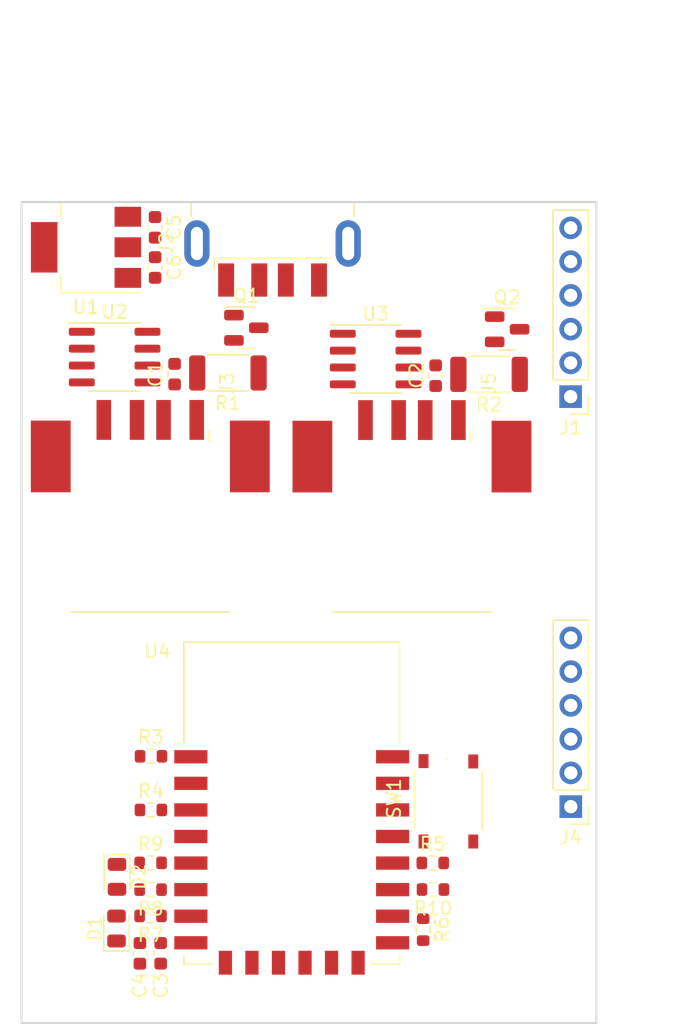
<source format=kicad_pcb>
(kicad_pcb (version 20211014) (generator pcbnew)
  (layers (0 "F.Cu" signal) (31 "B.Cu" signal) (34 "B.Paste" user) (35 "F.Paste" user) (36 "B.SilkS" user "B.Silkscreen") (37 "F.SilkS" user "F.Silkscreen") (38 "B.Mask" user) (39 "F.Mask" user) (44 "Edge.Cuts" user))
  (net 0 "")
  (net 1 "Net-(Q1-Pad3)")
  (net 2 "/MOSFET Board/5V_OUT_1")
  (net 3 "Net-(Q2-Pad3)")
  (net 4 "Net-(R3-Pad2)")
  (net 5 "Net-(R4-Pad2)")
  (net 6 "Net-(R5-Pad1)")
  (net 7 "Net-(R6-Pad2)")
  (net 8 "Net-(D1-Pad2)")
  (net 9 "Net-(D2-Pad2)")
  (net 10 "/MOSFET Board/5V_IN")
  (net 19 "/Control Board/M1_TOGGLE")
  (net 20 "/Control Board/M2_TOGGLE")
  (net 23 "/Control Board/C_3v3")
  (net 24 "/Control Board/C_I2C_SCL")
  (net 25 "/Control Board/C_I2C_SDA")
  (net 26 "/MOSFET Board/M_3v3")
  (net 27 "GND")
  (net 28 "/MOSFET Board/M_I2C_SCL")
  (net 29 "/MOSFET Board/M_I2C_SDA")
  (net 30 "/MOSFET Board/M2_TOGGLE")
  (net 31 "/MOSFET Board/M1_TOGGLE")
  (net 38 "/MOSFET Board/5V_OUT_2")
  (net 42 "/Control Board/LED_1")
  (net 43 "/Control Board/LED_2")
  (footprint "Capacitor_SMD:C_0603_1608Metric" (layer "F.Cu") (at 46.609 97.028 90)
    (fp_text reference "C1" (at 0 -1.43 90) (layer "F.SilkS"))
    (fp_text value "100nF")
    (fp_line (start -0.14058 0.51) (end 0.14058 0.51) (layer "F.SilkS") (width 0.12))
    (fp_line (start -0.14058 -0.51) (end 0.14058 -0.51) (layer "F.SilkS") (width 0.12))
    (pad "1" smd roundrect (at -0.775 0 90) (size 0.9 0.95) (layers "F.Cu" "F.Paste" "F.Mask") (net 26 "/MOSFET Board/M_3v3"))
    (pad "2" smd roundrect (at 0.775 0 90) (size 0.9 0.95) (layers "F.Cu" "F.Paste" "F.Mask") (net 27 "GND"))
  )
  (footprint "Library:904-131A2032S10100" (layer "F.Cu") (at 44.7756 102.123)
    (fp_text reference "J3" (at 5.8 -4.4 90) (layer "F.SilkS"))
    (fp_text value "USB_OUT")
    (fp_line (start -6 12.8) (end 6 12.8) (layer "F.SilkS") (width 0.12))
    (fp_line (start 4.4 -0.02) (end 4.4 -0.775) (layer "F.SilkS") (width 0.12))
    (pad "" np_thru_hole circle (at 2.5 2.8 270) (size 1.1 1.1) (drill 1.1) (layers *.Cu *.Mask))
    (pad "" np_thru_hole circle (at -2.5 2.8 270) (size 1.1 1.1) (drill 1.1) (layers *.Cu *.Mask))
    (pad "1" smd rect (at 3.5 -1.65 270) (size 3 1.1) (layers "F.Cu" "F.Paste" "F.Mask") (net 2 "/MOSFET Board/5V_OUT_1"))
    (pad "2" smd rect (at 1 -1.65 270) (size 3 1.1) (layers "F.Cu" "F.Paste" "F.Mask"))
    (pad "3" smd rect (at -1 -1.65 270) (size 3 1.1) (layers "F.Cu" "F.Paste" "F.Mask"))
    (pad "4" smd rect (at -3.5 -1.65 270) (size 3 1.1) (layers "F.Cu" "F.Paste" "F.Mask") (net 27 "GND"))
    (pad "5" smd rect (at 7.5 1.1 270) (size 5.4 3) (layers "F.Cu" "F.Paste" "F.Mask"))
    (pad "5" smd rect (at -7.5 1.1 270) (size 5.4 3) (layers "F.Cu" "F.Paste" "F.Mask"))
  )
  (footprint "Resistor_SMD:R_0603_1608Metric" (layer "F.Cu") (at 44.8222 129.826)
    (fp_text reference "R4" (at 0 -1.43) (layer "F.SilkS"))
    (fp_text value "10k")
    (fp_line (start -0.237258 0.5225) (end 0.237258 0.5225) (layer "F.SilkS") (width 0.12))
    (fp_line (start -0.237258 -0.5225) (end 0.237258 -0.5225) (layer "F.SilkS") (width 0.12))
    (pad "1" smd roundrect (at -0.825 0) (size 0.8 0.95) (layers "F.Cu" "F.Paste" "F.Mask") (net 23 "/Control Board/C_3v3"))
    (pad "2" smd roundrect (at 0.825 0) (size 0.8 0.95) (layers "F.Cu" "F.Paste" "F.Mask") (net 5 "Net-(R4-Pad2)"))
  )
  (footprint "LED_SMD:LED_0805_2012Metric" (layer "F.Cu") (at 42.232 138.7488 90)
    (fp_text reference "D1" (at 0 -1.65 90) (layer "F.SilkS"))
    (fp_text value "GREEN")
    (fp_line (start -1.685 -0.96) (end -1.685 0.96) (layer "F.SilkS") (width 0.12))
    (fp_line (start -1.685 0.96) (end 1 0.96) (layer "F.SilkS") (width 0.12))
    (fp_line (start 1 -0.96) (end -1.685 -0.96) (layer "F.SilkS") (width 0.12))
    (pad "1" smd roundrect (at -0.9375 0 90) (size 0.975 1.4) (layers "F.Cu" "F.Paste" "F.Mask") (net 27 "GND"))
    (pad "2" smd roundrect (at 0.9375 0 90) (size 0.975 1.4) (layers "F.Cu" "F.Paste" "F.Mask") (net 8 "Net-(D1-Pad2)"))
  )
  (footprint "Capacitor_SMD:C_0603_1608Metric" (layer "F.Cu") (at 45.561 140.6164 -90)
    (fp_text reference "C3" (at 2.4384 -0.0076 90) (layer "F.SilkS"))
    (fp_text value "10uF")
    (fp_line (start -0.14058 -0.51) (end 0.14058 -0.51) (layer "F.SilkS") (width 0.12))
    (fp_line (start -0.14058 0.51) (end 0.14058 0.51) (layer "F.SilkS") (width 0.12))
    (pad "1" smd roundrect (at -0.775 0 270) (size 0.9 0.95) (layers "F.Cu" "F.Paste" "F.Mask") (net 23 "/Control Board/C_3v3"))
    (pad "2" smd roundrect (at 0.775 0 270) (size 0.9 0.95) (layers "F.Cu" "F.Paste" "F.Mask") (net 27 "GND"))
  )
  (footprint "Library:TS-1187A-B-A-B" (layer "F.Cu") (at 67.1376 129.1258 90)
    (fp_text reference "SW1" (at 0.15 -4 90) (layer "F.SilkS"))
    (fp_text value "PRGM")
    (fp_line (start 3.1 0.05) (end 3.1 -0.05) (layer "F.SilkS") (width 0.12))
    (fp_line (start -2.2 2.65) (end 2.2 2.65) (layer "F.SilkS") (width 0.12))
    (fp_line (start 2.3 -2.45) (end -2.1 -2.45) (layer "F.SilkS") (width 0.12))
    (fp_line (start -3.2 0.05) (end -3.2 -0.05) (layer "F.SilkS") (width 0.12))
    (pad "1" smd rect (at -3.075 -1.775 90) (size 1.05 0.75) (layers "F.Cu" "F.Paste" "F.Mask") (net 6 "Net-(R5-Pad1)"))
    (pad "1" smd rect (at 2.975 -1.775 90) (size 1.05 0.75) (layers "F.Cu" "F.Paste" "F.Mask") (net 6 "Net-(R5-Pad1)"))
    (pad "2" smd rect (at 2.95 1.975 90) (size 1.05 0.75) (layers "F.Cu" "F.Paste" "F.Mask") (net 27 "GND"))
    (pad "2" smd rect (at -3.075 1.975 90) (size 1.05 0.75) (layers "F.Cu" "F.Paste" "F.Mask") (net 27 "GND"))
  )
  (footprint "Capacitor_SMD:C_0603_1608Metric" (layer "F.Cu") (at 43.995 140.621 -90)
    (fp_text reference "C4" (at 2.413 0.0178 90) (layer "F.SilkS"))
    (fp_text value "100nF")
    (fp_line (start -0.14058 0.51) (end 0.14058 0.51) (layer "F.SilkS") (width 0.12))
    (fp_line (start -0.14058 -0.51) (end 0.14058 -0.51) (layer "F.SilkS") (width 0.12))
    (pad "1" smd roundrect (at -0.775 0 270) (size 0.9 0.95) (layers "F.Cu" "F.Paste" "F.Mask") (net 23 "/Control Board/C_3v3"))
    (pad "2" smd roundrect (at 0.775 0 270) (size 0.9 0.95) (layers "F.Cu" "F.Paste" "F.Mask") (net 27 "GND"))
  )
  (footprint "Resistor_SMD:R_0603_1608Metric" (layer "F.Cu") (at 44.8006 135.824 180)
    (fp_text reference "R8" (at 0 -1.43) (layer "F.SilkS"))
    (fp_text value "330")
    (fp_line (start -0.237258 -0.5225) (end 0.237258 -0.5225) (layer "F.SilkS") (width 0.12))
    (fp_line (start -0.237258 0.5225) (end 0.237258 0.5225) (layer "F.SilkS") (width 0.12))
    (pad "1" smd roundrect (at -0.825 0 180) (size 0.8 0.95) (layers "F.Cu" "F.Paste" "F.Mask") (net 43 "/Control Board/LED_2"))
    (pad "2" smd roundrect (at 0.825 0 180) (size 0.8 0.95) (layers "F.Cu" "F.Paste" "F.Mask") (net 9 "Net-(D2-Pad2)"))
  )
  (footprint "Library:904-131A2032S10100" (layer "F.Cu") (at 64.4906 102.1334)
    (fp_text reference "J5" (at 5.8 -4.4 90) (layer "F.SilkS"))
    (fp_text value "USB_OUT")
    (fp_line (start 4.4 -0.02) (end 4.4 -0.775) (layer "F.SilkS") (width 0.12))
    (fp_line (start -6 12.8) (end 6 12.8) (layer "F.SilkS") (width 0.12))
    (pad "" np_thru_hole circle (at 2.5 2.8 270) (size 1.1 1.1) (drill 1.1) (layers *.Cu *.Mask))
    (pad "" np_thru_hole circle (at -2.5 2.8 270) (size 1.1 1.1) (drill 1.1) (layers *.Cu *.Mask))
    (pad "1" smd rect (at 3.5 -1.65 270) (size 3 1.1) (layers "F.Cu" "F.Paste" "F.Mask") (net 38 "/MOSFET Board/5V_OUT_2"))
    (pad "2" smd rect (at 1 -1.65 270) (size 3 1.1) (layers "F.Cu" "F.Paste" "F.Mask"))
    (pad "3" smd rect (at -1 -1.65 270) (size 3 1.1) (layers "F.Cu" "F.Paste" "F.Mask"))
    (pad "4" smd rect (at -3.5 -1.65 270) (size 3 1.1) (layers "F.Cu" "F.Paste" "F.Mask") (net 27 "GND"))
    (pad "5" smd rect (at -7.5 1.1 270) (size 5.4 3) (layers "F.Cu" "F.Paste" "F.Mask"))
    (pad "5" smd rect (at 7.5 1.1 270) (size 5.4 3) (layers "F.Cu" "F.Paste" "F.Mask"))
  )
  (footprint "Library:YJL3400A" (layer "F.Cu") (at 52.0152 93.5366)
    (fp_text reference "Q1" (at 0 -2.4) (layer "F.SilkS"))
    (fp_text value "Q_NMOS_GDS")
    (fp_line (start 0 1.56) (end 0.65 1.56) (layer "F.SilkS") (width 0.12))
    (fp_line (start 0 -1.56) (end 0.65 -1.56) (layer "F.SilkS") (width 0.12))
    (fp_line (start 0 1.56) (end -0.65 1.56) (layer "F.SilkS") (width 0.12))
    (fp_line (start 0 -1.56) (end -1.675 -1.56) (layer "F.SilkS") (width 0.12))
    (pad "1" smd roundrect (at -0.9375 -0.95) (size 1.475 0.8) (layers "F.Cu" "F.Paste" "F.Mask") (net 31 "/MOSFET Board/M1_TOGGLE"))
    (pad "2" smd roundrect (at -0.9375 0.95) (size 1.475 0.8) (layers "F.Cu" "F.Paste" "F.Mask") (net 10 "/MOSFET Board/5V_IN"))
    (pad "3" smd roundrect (at 0.9375 0) (size 1.475 0.8) (layers "F.Cu" "F.Paste" "F.Mask") (net 1 "Net-(Q1-Pad3)"))
  )
  (footprint "RF_Module:ESP-12E" (layer "F.Cu") (at 55.4352 129.3232)
    (fp_text reference "U4" (at -10.1282 -11.4322) (layer "F.SilkS"))
    (fp_text value "ESP-12F")
    (fp_line (start 8.12 -12.12) (end 8.12 -4.5) (layer "F.SilkS") (width 0.12))
    (fp_line (start 8.12 11.5) (end 8.12 12.12) (layer "F.SilkS") (width 0.12))
    (fp_line (start -8.12 -12.12) (end 8.12 -12.12) (layer "F.SilkS") (width 0.12))
    (fp_line (start -8.12 -4.5) (end -8.73 -4.5) (layer "F.SilkS") (width 0.12))
    (fp_line (start -6 12.12) (end -8.12 12.12) (layer "F.SilkS") (width 0.12))
    (fp_line (start 8.12 12.12) (end 6 12.12) (layer "F.SilkS") (width 0.12))
    (fp_line (start -8.12 12.12) (end -8.12 11.5) (layer "F.SilkS") (width 0.12))
    (fp_line (start -8.12 -4.5) (end -8.12 -12.12) (layer "F.SilkS") (width 0.12))
    (pad "1" smd rect (at -7.6 -3.5) (size 2.5 1) (layers "F.Cu" "F.Paste" "F.Mask") (net 4 "Net-(R3-Pad2)"))
    (pad "2" smd rect (at -7.6 -1.5) (size 2.5 1) (layers "F.Cu" "F.Paste" "F.Mask"))
    (pad "3" smd rect (at -7.6 0.5) (size 2.5 1) (layers "F.Cu" "F.Paste" "F.Mask") (net 5 "Net-(R4-Pad2)"))
    (pad "4" smd rect (at -7.6 2.5) (size 2.5 1) (layers "F.Cu" "F.Paste" "F.Mask"))
    (pad "5" smd rect (at -7.6 4.5) (size 2.5 1) (layers "F.Cu" "F.Paste" "F.Mask") (net 24 "/Control Board/C_I2C_SCL"))
    (pad "6" smd rect (at -7.6 6.5) (size 2.5 1) (layers "F.Cu" "F.Paste" "F.Mask") (net 43 "/Control Board/LED_2"))
    (pad "7" smd rect (at -7.6 8.5) (size 2.5 1) (layers "F.Cu" "F.Paste" "F.Mask") (net 42 "/Control Board/LED_1"))
    (pad "8" smd rect (at -7.6 10.5) (size 2.5 1) (layers "F.Cu" "F.Paste" "F.Mask") (net 23 "/Control Board/C_3v3"))
    (pad "9" smd rect (at -5 12) (size 1 1.8) (layers "F.Cu" "F.Paste" "F.Mask"))
    (pad "10" smd rect (at -3 12) (size 1 1.8) (layers "F.Cu" "F.Paste" "F.Mask"))
    (pad "11" smd rect (at -1 12) (size 1 1.8) (layers "F.Cu" "F.Paste" "F.Mask"))
    (pad "12" smd rect (at 1 12) (size 1 1.8) (layers "F.Cu" "F.Paste" "F.Mask"))
    (pad "13" smd rect (at 3 12) (size 1 1.8) (layers "F.Cu" "F.Paste" "F.Mask"))
    (pad "14" smd rect (at 5 12) (size 1 1.8) (layers "F.Cu" "F.Paste" "F.Mask"))
    (pad "15" smd rect (at 7.6 10.5) (size 2.5 1) (layers "F.Cu" "F.Paste" "F.Mask") (net 27 "GND"))
    (pad "16" smd rect (at 7.6 8.5) (size 2.5 1) (layers "F.Cu" "F.Paste" "F.Mask") (net 7 "Net-(R6-Pad2)"))
    (pad "17" smd rect (at 7.6 6.5) (size 2.5 1) (layers "F.Cu" "F.Paste" "F.Mask") (net 25 "/Control Board/C_I2C_SDA"))
    (pad "18" smd rect (at 7.6 4.5) (size 2.5 1) (layers "F.Cu" "F.Paste" "F.Mask") (net 6 "Net-(R5-Pad1)"))
    (pad "19" smd rect (at 7.6 2.5) (size 2.5 1) (layers "F.Cu" "F.Paste" "F.Mask") (net 19 "/Control Board/M1_TOGGLE"))
    (pad "20" smd rect (at 7.6 0.5) (size 2.5 1) (layers "F.Cu" "F.Paste" "F.Mask") (net 20 "/Control Board/M2_TOGGLE"))
    (pad "21" smd rect (at 7.6 -1.5) (size 2.5 1) (layers "F.Cu" "F.Paste" "F.Mask"))
    (pad "22" smd rect (at 7.6 -3.5) (size 2.5 1) (layers "F.Cu" "F.Paste" "F.Mask"))
  )
  (footprint "Library:YJL3400A" (layer "F.Cu") (at 71.6616 93.6496)
    (fp_text reference "Q2" (at 0 -2.4) (layer "F.SilkS"))
    (fp_text value "Q_NMOS_GDS")
    (fp_line (start 0 1.56) (end 0.65 1.56) (layer "F.SilkS") (width 0.12))
    (fp_line (start 0 -1.56) (end -1.675 -1.56) (layer "F.SilkS") (width 0.12))
    (fp_line (start 0 -1.56) (end 0.65 -1.56) (layer "F.SilkS") (width 0.12))
    (fp_line (start 0 1.56) (end -0.65 1.56) (layer "F.SilkS") (width 0.12))
    (pad "1" smd roundrect (at -0.9375 -0.95) (size 1.475 0.8) (layers "F.Cu" "F.Paste" "F.Mask") (net 30 "/MOSFET Board/M2_TOGGLE"))
    (pad "2" smd roundrect (at -0.9375 0.95) (size 1.475 0.8) (layers "F.Cu" "F.Paste" "F.Mask") (net 10 "/MOSFET Board/5V_IN"))
    (pad "3" smd roundrect (at 0.9375 0) (size 1.475 0.8) (layers "F.Cu" "F.Paste" "F.Mask") (net 3 "Net-(Q2-Pad3)"))
  )
  (footprint "Resistor_SMD:R_2010_5025Metric" (layer "F.Cu") (at 70.3016 97.0434 180)
    (fp_text reference "R2" (at 0 -2.28) (layer "F.SilkS"))
    (fp_text value "100m")
    (fp_line (start -1.527064 1.36) (end 1.527064 1.36) (layer "F.SilkS") (width 0.12))
    (fp_line (start -1.527064 -1.36) (end 1.527064 -1.36) (layer "F.SilkS") (width 0.12))
    (pad "1" smd roundrect (at -2.3125 0 180) (size 1.225 2.65) (layers "F.Cu" "F.Paste" "F.Mask") (roundrect_rratio 0.204082) (net 3 "Net-(Q2-Pad3)"))
    (pad "2" smd roundrect (at 2.3125 0 180) (size 1.225 2.65) (layers "F.Cu" "F.Paste" "F.Mask") (roundrect_rratio 0.204082) (net 38 "/MOSFET Board/5V_OUT_2"))
  )
  (footprint "Resistor_SMD:R_0603_1608Metric" (layer "F.Cu") (at 44.831 125.7874)
    (fp_text reference "R3" (at 0 -1.43) (layer "F.SilkS"))
    (fp_text value "10k")
    (fp_line (start -0.237258 0.5225) (end 0.237258 0.5225) (layer "F.SilkS") (width 0.12))
    (fp_line (start -0.237258 -0.5225) (end 0.237258 -0.5225) (layer "F.SilkS") (width 0.12))
    (pad "1" smd roundrect (at -0.825 0) (size 0.8 0.95) (layers "F.Cu" "F.Paste" "F.Mask") (net 23 "/Control Board/C_3v3"))
    (pad "2" smd roundrect (at 0.825 0) (size 0.8 0.95) (layers "F.Cu" "F.Paste" "F.Mask") (net 4 "Net-(R3-Pad2)"))
  )
  (footprint "Resistor_SMD:R_0603_1608Metric" (layer "F.Cu") (at 65.3366 138.8364 90)
    (fp_text reference "R6" (at 0 1.4402 90) (layer "F.SilkS"))
    (fp_text value "10k")
    (fp_line (start -0.237258 -0.5225) (end 0.237258 -0.5225) (layer "F.SilkS") (width 0.12))
    (fp_line (start -0.237258 0.5225) (end 0.237258 0.5225) (layer "F.SilkS") (width 0.12))
    (pad "1" smd roundrect (at -0.825 0 90) (size 0.8 0.95) (layers "F.Cu" "F.Paste" "F.Mask") (net 27 "GND"))
    (pad "2" smd roundrect (at 0.825 0 90) (size 0.8 0.95) (layers "F.Cu" "F.Paste" "F.Mask") (net 7 "Net-(R6-Pad2)"))
  )
  (footprint "Connector_PinHeader_2.54mm:PinHeader_1x06_P2.54mm_Vertical" (layer "F.Cu") (at 76.46 129.5756 180)
    (fp_text reference "J4" (at 0 -2.33) (layer "F.SilkS"))
    (fp_text value "Conn_01x06")
    (fp_line (start -1.33 14.03) (end 1.33 14.03) (layer "F.SilkS") (width 0.12))
    (fp_line (start -1.33 0) (end -1.33 -1.33) (layer "F.SilkS") (width 0.12))
    (fp_line (start -1.33 1.27) (end -1.33 14.03) (layer "F.SilkS") (width 0.12))
    (fp_line (start 1.33 1.27) (end 1.33 14.03) (layer "F.SilkS") (width 0.12))
    (fp_line (start -1.33 1.27) (end 1.33 1.27) (layer "F.SilkS") (width 0.12))
    (fp_line (start -1.33 -1.33) (end 0 -1.33) (layer "F.SilkS") (width 0.12))
    (pad "1" thru_hole rect (at 0 0 180) (size 1.7 1.7) (drill 1) (layers *.Cu *.Mask) (net 19 "/Control Board/M1_TOGGLE"))
    (pad "2" thru_hole oval (at 0 2.54 180) (size 1.7 1.7) (drill 1) (layers *.Cu *.Mask) (net 20 "/Control Board/M2_TOGGLE"))
    (pad "3" thru_hole oval (at 0 5.08 180) (size 1.7 1.7) (drill 1) (layers *.Cu *.Mask) (net 25 "/Control Board/C_I2C_SDA"))
    (pad "4" thru_hole oval (at 0 7.62 180) (size 1.7 1.7) (drill 1) (layers *.Cu *.Mask) (net 24 "/Control Board/C_I2C_SCL"))
    (pad "5" thru_hole oval (at 0 10.16 180) (size 1.7 1.7) (drill 1) (layers *.Cu *.Mask) (net 27 "GND"))
    (pad "6" thru_hole oval (at 0 12.7 180) (size 1.7 1.7) (drill 1) (layers *.Cu *.Mask) (net 23 "/Control Board/C_3v3"))
  )
  (footprint "Resistor_SMD:R_0603_1608Metric" (layer "F.Cu") (at 44.8006 133.8086)
    (fp_text reference "R9" (at 0 -1.43) (layer "F.SilkS"))
    (fp_text value "10k")
    (fp_line (start -0.237258 0.5225) (end 0.237258 0.5225) (layer "F.SilkS") (width 0.12))
    (fp_line (start -0.237258 -0.5225) (end 0.237258 -0.5225) (layer "F.SilkS") (width 0.12))
    (pad "1" smd roundrect (at -0.825 0) (size 0.8 0.95) (layers "F.Cu" "F.Paste" "F.Mask") (net 23 "/Control Board/C_3v3"))
    (pad "2" smd roundrect (at 0.825 0) (size 0.8 0.95) (layers "F.Cu" "F.Paste" "F.Mask") (net 24 "/Control Board/C_I2C_SCL"))
  )
  (footprint "Resistor_SMD:R_0603_1608Metric" (layer "F.Cu") (at 66.0588 133.816)
    (fp_text reference "R5" (at 0 -1.43) (layer "F.SilkS"))
    (fp_text value "10k")
    (fp_line (start -0.237258 0.5225) (end 0.237258 0.5225) (layer "F.SilkS") (width 0.12))
    (fp_line (start -0.237258 -0.5225) (end 0.237258 -0.5225) (layer "F.SilkS") (width 0.12))
    (pad "1" smd roundrect (at -0.825 0) (size 0.8 0.95) (layers "F.Cu" "F.Paste" "F.Mask") (net 6 "Net-(R5-Pad1)"))
    (pad "2" smd roundrect (at 0.825 0) (size 0.8 0.95) (layers "F.Cu" "F.Paste" "F.Mask") (net 23 "/Control Board/C_3v3"))
  )
  (footprint "Capacitor_SMD:C_0603_1608Metric" (layer "F.Cu") (at 45.1358 85.979 -90)
    (fp_text reference "C5" (at 0 -1.43 90) (layer "F.SilkS"))
    (fp_text value "10uF")
    (fp_line (start -0.14058 -0.51) (end 0.14058 -0.51) (layer "F.SilkS") (width 0.12))
    (fp_line (start -0.14058 0.51) (end 0.14058 0.51) (layer "F.SilkS") (width 0.12))
    (pad "1" smd roundrect (at -0.775 0 270) (size 0.9 0.95) (layers "F.Cu" "F.Paste" "F.Mask") (net 10 "/MOSFET Board/5V_IN"))
    (pad "2" smd roundrect (at 0.775 0 270) (size 0.9 0.95) (layers "F.Cu" "F.Paste" "F.Mask") (net 27 "GND"))
  )
  (footprint "Package_SO:SOIC-8_3.9x4.9mm_P1.27mm" (layer "F.Cu") (at 42.0896 95.744)
    (fp_text reference "U2" (at 0 -3.4) (layer "F.SilkS"))
    (fp_text value "INA219AxD")
    (fp_line (start 0 2.56) (end -1.95 2.56) (layer "F.SilkS") (width 0.12))
    (fp_line (start 0 2.56) (end 1.95 2.56) (layer "F.SilkS") (width 0.12))
    (fp_line (start 0 -2.56) (end -3.45 -2.56) (layer "F.SilkS") (width 0.12))
    (fp_line (start 0 -2.56) (end 1.95 -2.56) (layer "F.SilkS") (width 0.12))
    (pad "1" smd roundrect (at -2.475 -1.905) (size 1.95 0.6) (layers "F.Cu" "F.Paste" "F.Mask") (net 27 "GND"))
    (pad "2" smd roundrect (at -2.475 -0.635) (size 1.95 0.6) (layers "F.Cu" "F.Paste" "F.Mask") (net 27 "GND"))
    (pad "3" smd roundrect (at -2.475 0.635) (size 1.95 0.6) (layers "F.Cu" "F.Paste" "F.Mask") (net 29 "/MOSFET Board/M_I2C_SDA"))
    (pad "4" smd roundrect (at -2.475 1.905) (size 1.95 0.6) (layers "F.Cu" "F.Paste" "F.Mask") (net 28 "/MOSFET Board/M_I2C_SCL"))
    (pad "5" smd roundrect (at 2.475 1.905) (size 1.95 0.6) (layers "F.Cu" "F.Paste" "F.Mask") (net 26 "/MOSFET Board/M_3v3"))
    (pad "6" smd roundrect (at 2.475 0.635) (size 1.95 0.6) (layers "F.Cu" "F.Paste" "F.Mask") (net 27 "GND"))
    (pad "7" smd roundrect (at 2.475 -0.635) (size 1.95 0.6) (layers "F.Cu" "F.Paste" "F.Mask") (net 2 "/MOSFET Board/5V_OUT_1"))
    (pad "8" smd roundrect (at 2.475 -1.905) (size 1.95 0.6) (layers "F.Cu" "F.Paste" "F.Mask") (net 1 "Net-(Q1-Pad3)"))
  )
  (footprint "Resistor_SMD:R_2010_5025Metric" (layer "F.Cu") (at 50.6248 96.9402 180)
    (fp_text reference "R1" (at 0 -2.28) (layer "F.SilkS"))
    (fp_text value "100m")
    (fp_line (start -1.527064 1.36) (end 1.527064 1.36) (layer "F.SilkS") (width 0.12))
    (fp_line (start -1.527064 -1.36) (end 1.527064 -1.36) (layer "F.SilkS") (width 0.12))
    (pad "1" smd roundrect (at -2.3125 0 180) (size 1.225 2.65) (layers "F.Cu" "F.Paste" "F.Mask") (roundrect_rratio 0.204082) (net 1 "Net-(Q1-Pad3)"))
    (pad "2" smd roundrect (at 2.3125 0 180) (size 1.225 2.65) (layers "F.Cu" "F.Paste" "F.Mask") (roundrect_rratio 0.204082) (net 2 "/MOSFET Board/5V_OUT_1"))
  )
  (footprint "Resistor_SMD:R_0603_1608Metric" (layer "F.Cu") (at 44.7978 137.8038 180)
    (fp_text reference "R7" (at 0 -1.43 180) (layer "F.SilkS"))
    (fp_text value "330")
    (fp_line (start -0.237258 0.5225) (end 0.237258 0.5225) (layer "F.SilkS") (width 0.12))
    (fp_line (start -0.237258 -0.5225) (end 0.237258 -0.5225) (layer "F.SilkS") (width 0.12))
    (pad "1" smd roundrect (at -0.825 0 180) (size 0.8 0.95) (layers "F.Cu" "F.Paste" "F.Mask") (net 42 "/Control Board/LED_1"))
    (pad "2" smd roundrect (at 0.825 0 180) (size 0.8 0.95) (layers "F.Cu" "F.Paste" "F.Mask") (net 8 "Net-(D1-Pad2)"))
  )
  (footprint "Capacitor_SMD:C_0603_1608Metric" (layer "F.Cu") (at 66.2774 97.144 90)
    (fp_text reference "C2" (at 0 -1.43 90) (layer "F.SilkS"))
    (fp_text value "100nF")
    (fp_line (start -0.14058 0.51) (end 0.14058 0.51) (layer "F.SilkS") (width 0.12))
    (fp_line (start -0.14058 -0.51) (end 0.14058 -0.51) (layer "F.SilkS") (width 0.12))
    (pad "1" smd roundrect (at -0.775 0 90) (size 0.9 0.95) (layers "F.Cu" "F.Paste" "F.Mask") (net 26 "/MOSFET Board/M_3v3"))
    (pad "2" smd roundrect (at 0.775 0 90) (size 0.9 0.95) (layers "F.Cu" "F.Paste" "F.Mask") (net 27 "GND"))
  )
  (footprint "Connector_PinHeader_2.54mm:PinHeader_1x06_P2.54mm_Vertical" (layer "F.Cu") (at 76.4498 98.7196 180)
    (fp_text reference "J1" (at 0 -2.33) (layer "F.SilkS"))
    (fp_text value "Conn_01x06")
    (fp_line (start -1.33 0) (end -1.33 -1.33) (layer "F.SilkS") (width 0.12))
    (fp_line (start -1.33 1.27) (end -1.33 14.03) (layer "F.SilkS") (width 0.12))
    (fp_line (start -1.33 -1.33) (end 0 -1.33) (layer "F.SilkS") (width 0.12))
    (fp_line (start 1.33 1.27) (end 1.33 14.03) (layer "F.SilkS") (width 0.12))
    (fp_line (start -1.33 14.03) (end 1.33 14.03) (layer "F.SilkS") (width 0.12))
    (fp_line (start -1.33 1.27) (end 1.33 1.27) (layer "F.SilkS") (width 0.12))
    (pad "1" thru_hole rect (at 0 0 180) (size 1.7 1.7) (drill 1) (layers *.Cu *.Mask) (net 26 "/MOSFET Board/M_3v3"))
    (pad "2" thru_hole oval (at 0 2.54 180) (size 1.7 1.7) (drill 1) (layers *.Cu *.Mask) (net 27 "GND"))
    (pad "3" thru_hole oval (at 0 5.08 180) (size 1.7 1.7) (drill 1) (layers *.Cu *.Mask) (net 28 "/MOSFET Board/M_I2C_SCL"))
    (pad "4" thru_hole oval (at 0 7.62 180) (size 1.7 1.7) (drill 1) (layers *.Cu *.Mask) (net 29 "/MOSFET Board/M_I2C_SDA"))
    (pad "5" thru_hole oval (at 0 10.16 180) (size 1.7 1.7) (drill 1) (layers *.Cu *.Mask) (net 30 "/MOSFET Board/M2_TOGGLE"))
    (pad "6" thru_hole oval (at 0 12.7 180) (size 1.7 1.7) (drill 1) (layers *.Cu *.Mask) (net 31 "/MOSFET Board/M1_TOGGLE"))
  )
  (footprint "Resistor_SMD:R_0603_1608Metric" (layer "F.Cu") (at 66.074798 135.815197 180)
    (fp_text reference "R10" (at 0 -1.43) (layer "F.SilkS"))
    (fp_text value "10k")
    (fp_line (start -0.237258 0.5225) (end 0.237258 0.5225) (layer "F.SilkS") (width 0.12))
    (fp_line (start -0.237258 -0.5225) (end 0.237258 -0.5225) (layer "F.SilkS") (width 0.12))
    (pad "1" smd roundrect (at -0.825 0 180) (size 0.8 0.95) (layers "F.Cu" "F.Paste" "F.Mask") (net 23 "/Control Board/C_3v3"))
    (pad "2" smd roundrect (at 0.825 0 180) (size 0.8 0.95) (layers "F.Cu" "F.Paste" "F.Mask") (net 25 "/Control Board/C_I2C_SDA"))
  )
  (footprint "Capacitor_SMD:C_0603_1608Metric" (layer "F.Cu") (at 45.1404 89.0016 -90)
    (fp_text reference "C6" (at 0 -1.43 90) (layer "F.SilkS"))
    (fp_text value "10uF")
    (fp_line (start -0.14058 -0.51) (end 0.14058 -0.51) (layer "F.SilkS") (width 0.12))
    (fp_line (start -0.14058 0.51) (end 0.14058 0.51) (layer "F.SilkS") (width 0.12))
    (pad "1" smd roundrect (at -0.775 0 270) (size 0.9 0.95) (layers "F.Cu" "F.Paste" "F.Mask") (net 26 "/MOSFET Board/M_3v3"))
    (pad "2" smd roundrect (at 0.775 0 270) (size 0.9 0.95) (layers "F.Cu" "F.Paste" "F.Mask") (net 27 "GND"))
  )
  (footprint "LED_SMD:LED_0805_2012Metric" (layer "F.Cu") (at 42.2658 134.86 -90)
    (fp_text reference "D2" (at 0 -1.65 90) (layer "F.SilkS"))
    (fp_text value "GREEN")
    (fp_line (start -1.685 -0.96) (end -1.685 0.96) (layer "F.SilkS") (width 0.12))
    (fp_line (start 1 -0.96) (end -1.685 -0.96) (layer "F.SilkS") (width 0.12))
    (fp_line (start -1.685 0.96) (end 1 0.96) (layer "F.SilkS") (width 0.12))
    (pad "1" smd roundrect (at -0.9375 0 270) (size 0.975 1.4) (layers "F.Cu" "F.Paste" "F.Mask") (net 27 "GND"))
    (pad "2" smd roundrect (at 0.9375 0 270) (size 0.975 1.4) (layers "F.Cu" "F.Paste" "F.Mask") (net 9 "Net-(D2-Pad2)"))
  )
  (footprint "Package_SO:SOIC-8_3.9x4.9mm_P1.27mm" (layer "F.Cu") (at 61.7544 95.8914)
    (fp_text reference "U3" (at 0 -3.4) (layer "F.SilkS"))
    (fp_text value "INA219AxD")
    (fp_line (start 0 -2.56) (end 1.95 -2.56) (layer "F.SilkS") (width 0.12))
    (fp_line (start 0 2.56) (end -1.95 2.56) (layer "F.SilkS") (width 0.12))
    (fp_line (start 0 2.56) (end 1.95 2.56) (layer "F.SilkS") (width 0.12))
    (fp_line (start 0 -2.56) (end -3.45 -2.56) (layer "F.SilkS") (width 0.12))
    (pad "1" smd roundrect (at -2.475 -1.905) (size 1.95 0.6) (layers "F.Cu" "F.Paste" "F.Mask") (net 27 "GND"))
    (pad "2" smd roundrect (at -2.475 -0.635) (size 1.95 0.6) (layers "F.Cu" "F.Paste" "F.Mask") (net 26 "/MOSFET Board/M_3v3"))
    (pad "3" smd roundrect (at -2.475 0.635) (size 1.95 0.6) (layers "F.Cu" "F.Paste" "F.Mask") (net 29 "/MOSFET Board/M_I2C_SDA"))
    (pad "4" smd roundrect (at -2.475 1.905) (size 1.95 0.6) (layers "F.Cu" "F.Paste" "F.Mask") (net 28 "/MOSFET Board/M_I2C_SCL"))
    (pad "5" smd roundrect (at 2.475 1.905) (size 1.95 0.6) (layers "F.Cu" "F.Paste" "F.Mask") (net 26 "/MOSFET Board/M_3v3"))
    (pad "6" smd roundrect (at 2.475 0.635) (size 1.95 0.6) (layers "F.Cu" "F.Paste" "F.Mask") (net 27 "GND"))
    (pad "7" smd roundrect (at 2.475 -0.635) (size 1.95 0.6) (layers "F.Cu" "F.Paste" "F.Mask") (net 38 "/MOSFET Board/5V_OUT_2"))
    (pad "8" smd roundrect (at 2.475 -1.905) (size 1.95 0.6) (layers "F.Cu" "F.Paste" "F.Mask") (net 3 "Net-(Q2-Pad3)"))
  )
  (footprint "Library:U217-041N-4BV81" (layer "F.Cu") (at 53.989 80.2952 90)
    (fp_text reference "J2" (at -6.9 -8 90) (layer "F.SilkS"))
    (fp_text value "USB_IN")
    (fp_line (start -8.02 -4.4) (end -8.775 -4.4) (layer "F.SilkS") (width 0.12))
    (fp_line (start -4.85 6.145) (end -3.8 6.145) (layer "F.SilkS") (width 0.12))
    (fp_line (start -8.02 -4.4) (end -8.02 4.4) (layer "F.SilkS") (width 0.12))
    (fp_line (start -4.85 -6.145) (end -3.8 -6.145) (layer "F.SilkS") (width 0.12))
    (pad "" np_thru_hole circle (at -6.9 2.25 90) (size 1.1 1.1) (drill 1.1) (layers *.Cu *.Mask))
    (pad "" np_thru_hole circle (at -6.9 -2.25 90) (size 1.1 1.1) (drill 1.1) (layers *.Cu *.Mask))
    (pad "1" smd rect (at -9.65 -3.5 90) (size 2.5 1.2) (layers "F.Cu" "F.Paste" "F.Mask") (net 10 "/MOSFET Board/5V_IN"))
    (pad "2" smd rect (at -9.65 -1 90) (size 2.5 1.2) (layers "F.Cu" "F.Paste" "F.Mask"))
    (pad "3" smd rect (at -9.65 1 90) (size 2.5 1.2) (layers "F.Cu" "F.Paste" "F.Mask"))
    (pad "4" smd rect (at -9.65 3.5 90) (size 2.5 1.2) (layers "F.Cu" "F.Paste" "F.Mask") (net 27 "GND"))
    (pad "5" thru_hole oval (at -6.9 -5.7 90) (size 3.5 1.9) (drill oval 2.5 0.9) (layers *.Cu *.Mask))
    (pad "5" thru_hole oval (at -6.9 5.7 90) (size 3.5 1.9) (drill oval 2.5 0.9) (layers *.Cu *.Mask))
  )
  (footprint "Package_TO_SOT_SMD:SOT-223-3_TabPin2" (layer "F.Cu") (at 39.933 87.4806 180)
    (fp_text reference "U1" (at 0 -4.5) (layer "F.SilkS"))
    (fp_text value "AMS1117-3.3")
    (fp_line (start 1.91 3.41) (end 1.91 2.15) (layer "F.SilkS") (width 0.12))
    (fp_line (start 1.91 -3.41) (end 1.91 -2.15) (layer "F.SilkS") (width 0.12))
    (fp_line (start -4.1 -3.41) (end 1.91 -3.41) (layer "F.SilkS") (width 0.12))
    (fp_line (start -1.85 3.41) (end 1.91 3.41) (layer "F.SilkS") (width 0.12))
    (pad "1" smd rect (at -3.15 -2.3 180) (size 2 1.5) (layers "F.Cu" "F.Paste" "F.Mask") (net 27 "GND"))
    (pad "2" smd rect (at -3.15 0 180) (size 2 1.5) (layers "F.Cu" "F.Paste" "F.Mask") (net 26 "/MOSFET Board/M_3v3"))
    (pad "2" smd rect (at 3.15 0 180) (size 2 3.8) (layers "F.Cu" "F.Paste" "F.Mask") (net 26 "/MOSFET Board/M_3v3"))
    (pad "3" smd rect (at -3.15 2.3 180) (size 2 1.5) (layers "F.Cu" "F.Paste" "F.Mask") (net 10 "/MOSFET Board/5V_IN"))
  )
  (gr_rect (start 35.0774 84.074) (end 78.3844 145.8722) (layer "Edge.Cuts") (width 0.15) (fill none))
)
</source>
